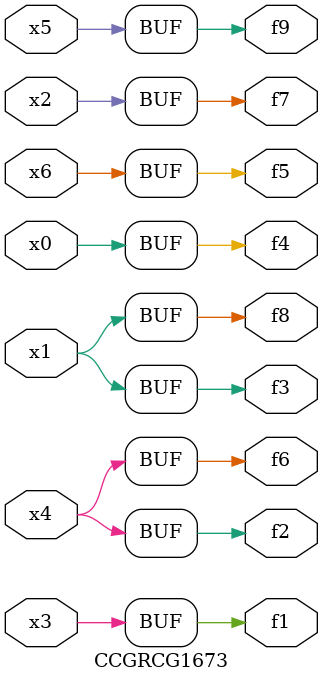
<source format=v>
module CCGRCG1673(
	input x0, x1, x2, x3, x4, x5, x6,
	output f1, f2, f3, f4, f5, f6, f7, f8, f9
);
	assign f1 = x3;
	assign f2 = x4;
	assign f3 = x1;
	assign f4 = x0;
	assign f5 = x6;
	assign f6 = x4;
	assign f7 = x2;
	assign f8 = x1;
	assign f9 = x5;
endmodule

</source>
